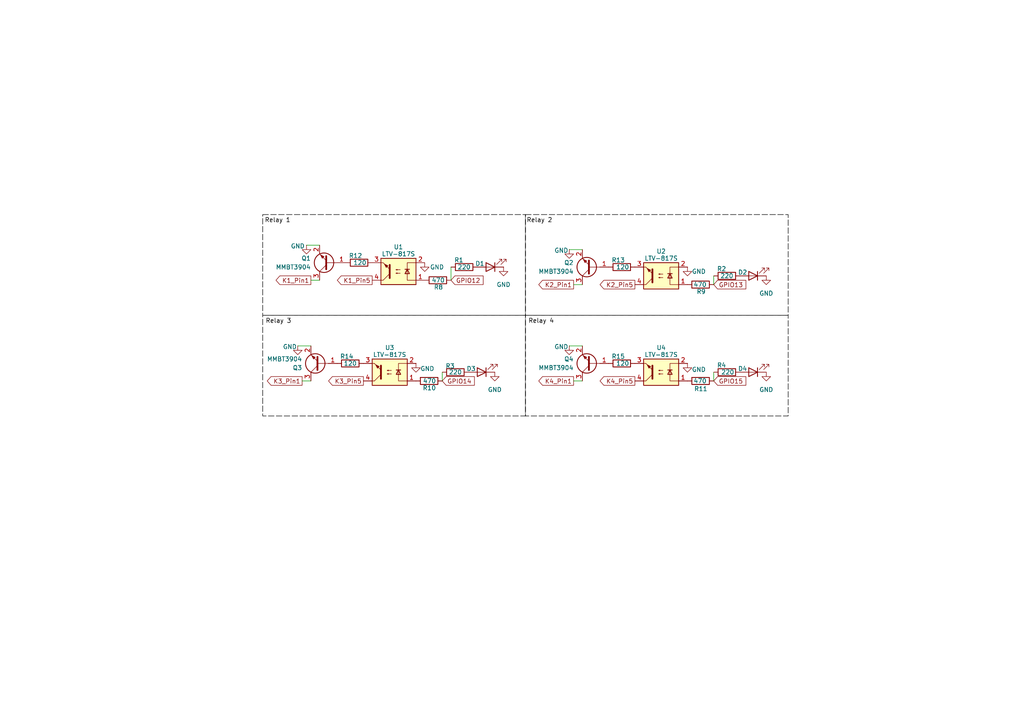
<source format=kicad_sch>
(kicad_sch (version 20250114) (generator "eeschema") (generator_version "9.0")
  (paper "A4")
  (title_block (title "Raspberry Pi Pico Logger - Isolation (relays)") (date "2025-06-21") (rev "2.0") (company "Creator: Piotr Kłyś"))
  (lib_symbols
    (symbol "Device:LED" (pin_numbers (hide yes)) (pin_names (offset 1.016) (hide yes))
      (property "Reference" "D" (at 0 2.54 0))
      (property "Value" "LED" (at 0 -2.54 0))
      (symbol "LED_0_1"
        (polyline (pts (xy -3.048 -0.762) (xy -4.572 -2.286) (xy -3.81 -2.286) (xy -4.572 -2.286) (xy -4.572 -1.524)))
        (polyline (pts (xy -1.778 -0.762) (xy -3.302 -2.286) (xy -2.54 -2.286) (xy -3.302 -2.286) (xy -3.302 -1.524)))
        (polyline (pts (xy -1.27 0) (xy 1.27 0)))
        (polyline (pts (xy -1.27 -1.27) (xy -1.27 1.27)) (stroke (width 0.254)))
        (polyline (pts (xy 1.27 -1.27) (xy 1.27 1.27) (xy -1.27 0) (xy 1.27 -1.27)) (stroke (width 0.254)))
      )
      (symbol "LED_1_1"
        (pin passive line (at -3.81 0 0) (length 2.54) (name "K") (number "1"))
        (pin passive line (at 3.81 0 180) (length 2.54) (name "A") (number "2"))
      )
    )
    (symbol "Device:R" (pin_numbers (hide yes)) (pin_names (offset 0))
      (property "Reference" "R" (at 2.032 0 90))
      (property "Value" "R" (at 0 0 90))
      (symbol "R_0_1"
        (rectangle (start -1.016 -2.54) (end 1.016 2.54) (stroke (width 0.254)))
      )
      (symbol "R_1_1"
        (pin passive line (at 0 3.81 270) (length 1.27) (name "~") (number "1"))
        (pin passive line (at 0 -3.81 90) (length 1.27) (name "~") (number "2"))
      )
    )
    (symbol "Isolator:LTV-817S" (pin_names (offset 1.016))
      (property "Reference" "U" (at -3.81 5.08 0))
      (property "Value" "LTV-817S" (at 0 -5.08 0))
      (symbol "LTV-817S_1_1"
        (rectangle (start -5.08 3.81) (end 5.08 -3.81) (stroke (width 0.254)) (fill (type background)))
        (polyline (pts (xy -5.08 2.54) (xy -2.54 2.54) (xy -2.54 -0.762)))
        (polyline (pts (xy -3.175 -0.635) (xy -1.905 -0.635)) (stroke (width 0.254)))
        (polyline (pts (xy -2.54 -0.635) (xy -2.54 -2.54) (xy -5.08 -2.54)))
        (polyline (pts (xy -2.54 -0.635) (xy -3.175 0.635) (xy -1.905 0.635) (xy -2.54 -0.635)) (stroke (width 0.254)))
        (polyline (pts (xy -0.508 0.508) (xy 0.762 0.508) (xy 0.381 0.381) (xy 0.381 0.635) (xy 0.762 0.508)))
        (polyline (pts (xy -0.508 -0.508) (xy 0.762 -0.508) (xy 0.381 -0.635) (xy 0.381 -0.381) (xy 0.762 -0.508)))
        (polyline (pts (xy 2.54 1.905) (xy 2.54 -1.905) (xy 2.54 -1.905)) (stroke (width 0.508)))
        (polyline (pts (xy 2.54 0.635) (xy 4.445 2.54)))
        (polyline (pts (xy 3.048 -1.651) (xy 3.556 -1.143) (xy 4.064 -2.159) (xy 3.048 -1.651) (xy 3.048 -1.651)) (fill (type outline)))
        (polyline (pts (xy 4.445 2.54) (xy 5.08 2.54)))
        (polyline (pts (xy 4.445 -2.54) (xy 2.54 -0.635)) (fill (type outline)))
        (polyline (pts (xy 4.445 -2.54) (xy 5.08 -2.54)))
        (pin passive line (at -7.62 2.54 0) (length 2.54) (name "~") (number "1"))
        (pin passive line (at -7.62 -2.54 0) (length 2.54) (name "~") (number "2"))
        (pin passive line (at 7.62 2.54 180) (length 2.54) (name "~") (number "4"))
        (pin passive line (at 7.62 -2.54 180) (length 2.54) (name "~") (number "3"))
      )
    )
    (symbol "Transistor_BJT:MMBT3904" (pin_names (offset 0) (hide yes))
      (property "Reference" "Q" (at 5.08 1.905 0))
      (property "Value" "MMBT3904" (at 5.08 0 0))
      (symbol "MMBT3904_0_1"
        (polyline (pts (xy -2.54 0) (xy 0.635 0)))
        (polyline (pts (xy 0.635 1.905) (xy 0.635 -1.905)) (stroke (width 0.508)))
        (circle (center 1.27 0) (radius 2.8194) (stroke (width 0.254)))
      )
      (symbol "MMBT3904_1_1"
        (polyline (pts (xy 0.635 0.635) (xy 2.54 2.54)))
        (polyline (pts (xy 0.635 -0.635) (xy 2.54 -2.54)))
        (polyline (pts (xy 1.27 -1.778) (xy 1.778 -1.27) (xy 2.286 -2.286) (xy 1.27 -1.778)) (fill (type outline)))
        (pin input line (at -5.08 0 0) (length 2.54) (name "B") (number "1"))
        (pin passive line (at 2.54 5.08 270) (length 2.54) (name "C") (number "3"))
        (pin passive line (at 2.54 -5.08 90) (length 2.54) (name "E") (number "2"))
      )
    )
    (symbol "power:GND" (power) (pin_numbers (hide yes)) (pin_names (offset 0) (hide yes))
      (property "Value" "GND" (at 0 -3.81 0))
      (symbol "GND_0_1"
        (polyline (pts (xy 0 0) (xy 0 -1.27) (xy 1.27 -1.27) (xy 0 -2.54) (xy -1.27 -1.27) (xy 0 -1.27)))
      )
      (symbol "GND_1_1"
        (pin power_in line (at 0 0 270) (length 0) (name "~") (number "1"))
      )
    )
  )
  (rectangle (start 76.2 91.44) (end 152.4 120.65) (stroke (width 0) (type dash) (color 0 0 0 1)))
  (rectangle (start 76.2 62.23) (end 152.4 91.44) (stroke (width 0) (type dash) (color 0 0 0 1)))
  (rectangle (start 152.4 91.44) (end 228.6 120.65) (stroke (width 0) (type dash) (color 0 0 0 1)))
  (rectangle (start 152.4 62.23) (end 228.6 91.44) (stroke (width 0) (type dash) (color 0 0 0 1)))
  (text "Relay 4" (at 156.972 93.218 0) (effects (font (size 1.27 1.27))))
  (text "Relay 1" (at 80.518 64.008 0) (effects (font (size 1.27 1.27))))
  (text "Relay 2" (at 156.464 64.008 0) (effects (font (size 1.27 1.27))))
  (text "Relay 3" (at 80.772 93.218 0) (effects (font (size 1.27 1.27))))
  (wire (pts (xy 92.71 71.12) (xy 88.9 71.12)))
  (wire (pts (xy 207.01 80.01) (xy 207.01 82.55)))
  (wire (pts (xy 130.81 77.47) (xy 130.81 81.28)))
  (wire (pts (xy 90.17 81.28) (xy 92.71 81.28)))
  (wire (pts (xy 87.63 110.49) (xy 90.17 110.49)))
  (wire (pts (xy 207.01 107.95) (xy 207.01 110.49)))
  (wire (pts (xy 86.36 100.33) (xy 90.17 100.33)))
  (wire (pts (xy 166.37 110.49) (xy 168.91 110.49)))
  (wire (pts (xy 166.37 82.55) (xy 168.91 82.55)))
  (wire (pts (xy 165.1 100.33) (xy 168.91 100.33)))
  (wire (pts (xy 165.1 72.39) (xy 168.91 72.39)))
  (wire (pts (xy 128.27 107.95) (xy 128.27 110.49)))
  (global_label "GPIO13" (shape input) (at 207.01 82.55 0) (property "Intersheetrefs" "${INTERSHEET_REFS}" (effects (hide yes))))
  (global_label "K1_Pin5" (shape output) (at 107.95 81.28 180) (property "Intersheetrefs" "${INTERSHEET_REFS}" (effects (hide yes))))
  (global_label "K3_Pin5" (shape output) (at 105.41 110.49 180) (property "Intersheetrefs" "${INTERSHEET_REFS}" (effects (hide yes))))
  (global_label "K4_Pin5" (shape output) (at 184.15 110.49 180) (property "Intersheetrefs" "${INTERSHEET_REFS}" (effects (hide yes))))
  (global_label "GPIO15" (shape input) (at 207.01 110.49 0) (property "Intersheetrefs" "${INTERSHEET_REFS}" (effects (hide yes))))
  (global_label "K2_Pin1" (shape output) (at 166.37 82.55 180) (property "Intersheetrefs" "${INTERSHEET_REFS}" (effects (hide yes))))
  (global_label "K1_Pin1" (shape output) (at 90.17 81.28 180) (property "Intersheetrefs" "${INTERSHEET_REFS}" (effects (hide yes))))
  (global_label "K2_Pin5" (shape output) (at 184.15 82.55 180) (property "Intersheetrefs" "${INTERSHEET_REFS}" (effects (hide yes))))
  (global_label "K4_Pin1" (shape output) (at 166.37 110.49 180) (property "Intersheetrefs" "${INTERSHEET_REFS}" (effects (hide yes))))
  (global_label "K3_Pin1" (shape output) (at 87.63 110.49 180) (property "Intersheetrefs" "${INTERSHEET_REFS}" (effects (hide yes))))
  (global_label "GPIO14" (shape input) (at 128.27 110.49 0) (property "Intersheetrefs" "${INTERSHEET_REFS}" (effects (hide yes))))
  (global_label "GPIO12" (shape input) (at 130.81 81.28 0) (property "Intersheetrefs" "${INTERSHEET_REFS}" (effects (hide yes))))
  (symbol (lib_id "power:GND") (at 222.25 107.95 0) (unit 1)
    (property "Reference" "#PWR043" (effects (hide yes)))
    (property "Value" "GND" (at 222.25 113.03 0))
    (property "Description" "Power symbol creates a global label with name \"GND\" , ground" (effects (hide yes)))
  )
  (symbol (lib_id "Transistor_BJT:MMBT3904") (at 171.45 77.47 180) (unit 1)
    (property "Reference" "Q2" (at 166.37 76.1999 0) (effects (justify left)))
    (property "Value" "MMBT3904" (at 166.37 78.7399 0) (effects (justify left)))
    (property "Footprint" "Package_TO_SOT_SMD:SOT-23" (effects (hide yes)))
    (property "Datasheet" "https://www.onsemi.com/pdf/datasheet/pzt3904-d.pdf" (effects (hide yes)))
    (property "Description" "0.2A Ic, 40V Vce, Small Signal NPN Transistor, SOT-23" (effects (hide yes)))
  )
  (symbol (lib_id "Device:R") (at 104.14 76.2 90) (unit 1)
    (property "Reference" "R12" (at 103.124 74.168 90))
    (property "Value" "120" (at 104.394 76.2 90))
    (property "Footprint" "Resistor_SMD:R_0805_2012Metric" (effects (hide yes)))
    (property "Description" "Resistor" (effects (hide yes)))
  )
  (symbol (lib_id "Device:LED") (at 139.7 107.95 180) (unit 1)
    (property "Reference" "D3" (at 136.652 106.934 0))
    (property "Value" "LED" (effects (hide yes)))
    (property "Footprint" "LED_SMD:LED_0805_2012Metric" (effects (hide yes)))
    (property "Description" "Light emitting diode" (effects (hide yes)))
    (property "Sim.Pins" "1=K 2=A" (effects (hide yes)))
  )
  (symbol (lib_id "Isolator:LTV-817S") (at 115.57 78.74 180) (unit 1)
    (property "Reference" "U1" (at 115.57 71.628 0))
    (property "Value" "LTV-817S" (at 115.57 73.66 0))
    (property "Footprint" "Package_DIP:SMDIP-4_W9.53mm" (effects (hide yes)))
    (property "Datasheet" "http://www.us.liteon.com/downloads/LTV-817-827-847.PDF" (effects (hide yes)))
    (property "Description" "DC Optocoupler, Vce 35V, CTR 50%, SMDIP-4" (effects (hide yes)))
  )
  (symbol (lib_id "power:GND") (at 165.1 72.39 0) (unit 1)
    (property "Reference" "#PWR027" (effects (hide yes)))
    (property "Value" "GND" (at 162.814 72.644 0))
    (property "Description" "Power symbol creates a global label with name \"GND\" , ground" (effects (hide yes)))
  )
  (symbol (lib_id "Device:R") (at 203.2 82.55 90) (unit 1)
    (property "Reference" "R9" (at 204.724 84.582 90) (effects (justify left)))
    (property "Value" "470" (at 204.978 82.55 90) (effects (justify left)))
    (property "Footprint" "Resistor_SMD:R_0805_2012Metric" (effects (hide yes)))
    (property "Description" "Resistor" (effects (hide yes)))
  )
  (symbol (lib_id "power:GND") (at 199.39 77.47 0) (unit 1)
    (property "Reference" "#PWR022" (effects (hide yes)))
    (property "Value" "GND" (at 202.692 78.74 0))
    (property "Description" "Power symbol creates a global label with name \"GND\" , ground" (effects (hide yes)))
  )
  (symbol (lib_id "power:GND") (at 88.9 71.12 0) (unit 1)
    (property "Reference" "#PWR026" (effects (hide yes)))
    (property "Value" "GND" (at 86.36 71.374 0))
    (property "Description" "Power symbol creates a global label with name \"GND\" , ground" (effects (hide yes)))
  )
  (symbol (lib_id "Device:LED") (at 142.24 77.47 180) (unit 1)
    (property "Reference" "D1" (at 139.192 76.454 0))
    (property "Value" "LED" (effects (hide yes)))
    (property "Footprint" "LED_SMD:LED_0805_2012Metric" (effects (hide yes)))
    (property "Description" "Light emitting diode" (effects (hide yes)))
    (property "Sim.Pins" "1=K 2=A" (effects (hide yes)))
  )
  (symbol (lib_id "power:GND") (at 222.25 80.01 0) (unit 1)
    (property "Reference" "#PWR041" (effects (hide yes)))
    (property "Value" "GND" (at 222.25 85.09 0))
    (property "Description" "Power symbol creates a global label with name \"GND\" , ground" (effects (hide yes)))
  )
  (symbol (lib_id "Device:R") (at 101.6 105.41 90) (unit 1)
    (property "Reference" "R14" (at 100.584 103.378 90))
    (property "Value" "120" (at 101.6 105.41 90))
    (property "Footprint" "Resistor_SMD:R_0805_2012Metric" (effects (hide yes)))
    (property "Description" "Resistor" (effects (hide yes)))
  )
  (symbol (lib_id "Device:R") (at 124.46 110.49 90) (unit 1)
    (property "Reference" "R10" (at 126.492 112.522 90) (effects (justify left)))
    (property "Value" "470" (at 126.492 110.49 90) (effects (justify left)))
    (property "Footprint" "Resistor_SMD:R_0805_2012Metric" (effects (hide yes)))
    (property "Description" "Resistor" (effects (hide yes)))
  )
  (symbol (lib_id "Device:R") (at 210.82 107.95 270) (unit 1)
    (property "Reference" "R4" (at 209.296 105.918 90))
    (property "Value" "220" (at 211.074 107.95 90))
    (property "Footprint" "Resistor_SMD:R_0805_2012Metric" (effects (hide yes)))
    (property "Description" "Resistor" (effects (hide yes)))
  )
  (symbol (lib_id "Device:R") (at 132.08 107.95 270) (unit 1)
    (property "Reference" "R3" (at 130.556 106.172 90))
    (property "Value" "220" (at 132.08 107.95 90))
    (property "Footprint" "Resistor_SMD:R_0805_2012Metric" (effects (hide yes)))
    (property "Description" "Resistor" (effects (hide yes)))
  )
  (symbol (lib_id "power:GND") (at 120.65 105.41 0) (unit 1)
    (property "Reference" "#PWR024" (effects (hide yes)))
    (property "Value" "GND" (at 123.952 106.934 0))
    (property "Description" "Power symbol creates a global label with name \"GND\" , ground" (effects (hide yes)))
  )
  (symbol (lib_id "power:GND") (at 123.19 76.2 0) (unit 1)
    (property "Reference" "#PWR023" (effects (hide yes)))
    (property "Value" "GND" (at 126.746 77.47 0))
    (property "Description" "Power symbol creates a global label with name \"GND\" , ground" (effects (hide yes)))
  )
  (symbol (lib_id "power:GND") (at 86.36 100.33 0) (unit 1)
    (property "Reference" "#PWR028" (effects (hide yes)))
    (property "Value" "GND" (at 84.074 100.584 0))
    (property "Description" "Power symbol creates a global label with name \"GND\" , ground" (effects (hide yes)))
  )
  (symbol (lib_id "power:GND") (at 143.51 107.95 0) (unit 1)
    (property "Reference" "#PWR042" (effects (hide yes)))
    (property "Value" "GND" (at 143.51 113.03 0))
    (property "Description" "Power symbol creates a global label with name \"GND\" , ground" (effects (hide yes)))
  )
  (symbol (lib_id "Device:R") (at 127 81.28 90) (unit 1)
    (property "Reference" "R8" (at 128.524 83.312 90) (effects (justify left)))
    (property "Value" "470" (at 129.032 81.28 90) (effects (justify left)))
    (property "Footprint" "Resistor_SMD:R_0805_2012Metric" (effects (hide yes)))
    (property "Description" "Resistor" (effects (hide yes)))
  )
  (symbol (lib_id "Device:LED") (at 218.44 80.01 180) (unit 1)
    (property "Reference" "D2" (at 215.392 78.994 0))
    (property "Value" "LED" (effects (hide yes)))
    (property "Footprint" "LED_SMD:LED_0805_2012Metric" (effects (hide yes)))
    (property "Description" "Light emitting diode" (effects (hide yes)))
    (property "Sim.Pins" "1=K 2=A" (effects (hide yes)))
  )
  (symbol (lib_id "Device:R") (at 180.34 77.47 90) (unit 1)
    (property "Reference" "R13" (at 179.324 75.438 90))
    (property "Value" "120" (at 180.594 77.47 90))
    (property "Footprint" "Resistor_SMD:R_0805_2012Metric" (effects (hide yes)))
    (property "Description" "Resistor" (effects (hide yes)))
  )
  (symbol (lib_id "Transistor_BJT:MMBT3904") (at 171.45 105.41 180) (unit 1)
    (property "Reference" "Q4" (at 166.37 104.1399 0) (effects (justify left)))
    (property "Value" "MMBT3904" (at 166.37 106.6799 0) (effects (justify left)))
    (property "Footprint" "Package_TO_SOT_SMD:SOT-23" (effects (hide yes)))
    (property "Datasheet" "https://www.onsemi.com/pdf/datasheet/pzt3904-d.pdf" (effects (hide yes)))
    (property "Description" "0.2A Ic, 40V Vce, Small Signal NPN Transistor, SOT-23" (effects (hide yes)))
  )
  (symbol (lib_id "power:GND") (at 199.39 105.41 0) (unit 1)
    (property "Reference" "#PWR05" (effects (hide yes)))
    (property "Value" "GND" (at 202.692 107.188 0))
    (property "Description" "Power symbol creates a global label with name \"GND\" , ground" (effects (hide yes)))
  )
  (symbol (lib_id "Device:R") (at 134.62 77.47 270) (unit 1)
    (property "Reference" "R1" (at 133.096 75.438 90))
    (property "Value" "220" (at 134.62 77.47 90))
    (property "Footprint" "Resistor_SMD:R_0805_2012Metric" (effects (hide yes)))
    (property "Description" "Resistor" (effects (hide yes)))
  )
  (symbol (lib_id "Device:LED") (at 218.44 107.95 180) (unit 1)
    (property "Reference" "D4" (at 215.392 106.934 0))
    (property "Value" "LED" (effects (hide yes)))
    (property "Footprint" "LED_SMD:LED_0805_2012Metric" (effects (hide yes)))
    (property "Description" "Light emitting diode" (effects (hide yes)))
    (property "Sim.Pins" "1=K 2=A" (effects (hide yes)))
  )
  (symbol (lib_id "Device:R") (at 210.82 80.01 270) (unit 1)
    (property "Reference" "R2" (at 209.296 77.978 90))
    (property "Value" "220" (at 210.82 80.01 90))
    (property "Footprint" "Resistor_SMD:R_0805_2012Metric" (effects (hide yes)))
    (property "Description" "Resistor" (effects (hide yes)))
  )
  (symbol (lib_id "Transistor_BJT:MMBT3904") (at 92.71 105.41 180) (unit 1)
    (property "Reference" "Q3" (at 87.63 106.6801 0) (effects (justify left)))
    (property "Value" "MMBT3904" (at 87.63 104.1401 0) (effects (justify left)))
    (property "Footprint" "Package_TO_SOT_SMD:SOT-23" (effects (hide yes)))
    (property "Datasheet" "https://www.onsemi.com/pdf/datasheet/pzt3904-d.pdf" (effects (hide yes)))
    (property "Description" "0.2A Ic, 40V Vce, Small Signal NPN Transistor, SOT-23" (effects (hide yes)))
  )
  (symbol (lib_id "Device:R") (at 203.2 110.49 90) (unit 1)
    (property "Reference" "R11" (at 205.232 112.776 90) (effects (justify left)))
    (property "Value" "470" (at 204.978 110.49 90) (effects (justify left)))
    (property "Footprint" "Resistor_SMD:R_0805_2012Metric" (effects (hide yes)))
    (property "Description" "Resistor" (effects (hide yes)))
  )
  (symbol (lib_id "power:GND") (at 146.05 77.47 0) (unit 1)
    (property "Reference" "#PWR025" (effects (hide yes)))
    (property "Value" "GND" (at 146.05 82.55 0))
    (property "Description" "Power symbol creates a global label with name \"GND\" , ground" (effects (hide yes)))
  )
  (symbol (lib_id "Transistor_BJT:MMBT3904") (at 95.25 76.2 180) (unit 1)
    (property "Reference" "Q1" (at 90.17 74.9299 0) (effects (justify left)))
    (property "Value" "MMBT3904" (at 90.17 77.4699 0) (effects (justify left)))
    (property "Footprint" "Package_TO_SOT_SMD:SOT-23" (effects (hide yes)))
    (property "Datasheet" "https://www.onsemi.com/pdf/datasheet/pzt3904-d.pdf" (effects (hide yes)))
    (property "Description" "0.2A Ic, 40V Vce, Small Signal NPN Transistor, SOT-23" (effects (hide yes)))
  )
  (symbol (lib_id "Isolator:LTV-817S") (at 191.77 107.95 180) (unit 1)
    (property "Reference" "U4" (at 191.77 100.838 0))
    (property "Value" "LTV-817S" (at 191.77 102.87 0))
    (property "Footprint" "Package_DIP:SMDIP-4_W9.53mm" (effects (hide yes)))
    (property "Datasheet" "http://www.us.liteon.com/downloads/LTV-817-827-847.PDF" (effects (hide yes)))
    (property "Description" "DC Optocoupler, Vce 35V, CTR 50%, SMDIP-4" (effects (hide yes)))
  )
  (symbol (lib_id "Isolator:LTV-817S") (at 191.77 80.01 180) (unit 1)
    (property "Reference" "U2" (at 191.77 72.898 0))
    (property "Value" "LTV-817S" (at 191.77 74.93 0))
    (property "Footprint" "Package_DIP:SMDIP-4_W9.53mm" (effects (hide yes)))
    (property "Datasheet" "http://www.us.liteon.com/downloads/LTV-817-827-847.PDF" (effects (hide yes)))
    (property "Description" "DC Optocoupler, Vce 35V, CTR 50%, SMDIP-4" (effects (hide yes)))
  )
  (symbol (lib_id "power:GND") (at 165.1 100.33 0) (unit 1)
    (property "Reference" "#PWR029" (effects (hide yes)))
    (property "Value" "GND" (at 162.814 100.584 0))
    (property "Description" "Power symbol creates a global label with name \"GND\" , ground" (effects (hide yes)))
  )
  (symbol (lib_id "Device:R") (at 180.34 105.41 90) (unit 1)
    (property "Reference" "R15" (at 179.324 103.378 90))
    (property "Value" "120" (at 180.594 105.41 90))
    (property "Footprint" "Resistor_SMD:R_0805_2012Metric" (effects (hide yes)))
    (property "Description" "Resistor" (effects (hide yes)))
  )
  (symbol (lib_id "Isolator:LTV-817S") (at 113.03 107.95 180) (unit 1)
    (property "Reference" "U3" (at 113.03 100.838 0))
    (property "Value" "LTV-817S" (at 113.03 102.87 0))
    (property "Footprint" "Package_DIP:SMDIP-4_W9.53mm" (effects (hide yes)))
    (property "Datasheet" "http://www.us.liteon.com/downloads/LTV-817-827-847.PDF" (effects (hide yes)))
    (property "Description" "DC Optocoupler, Vce 35V, CTR 50%, SMDIP-4" (effects (hide yes)))
  )
)
</source>
